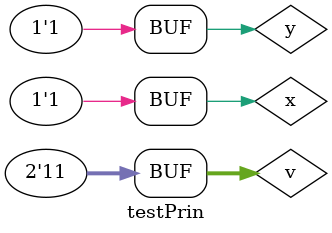
<source format=v>
module MUX (output s1,input e1,input e2,input e3,
input e4,input [1:0] c1);
  
wire temp1,temp2,temp3,temp4,notc0,notc1;

not NOT1 (notc0,c1[0]);
not NOT2 (notc1,c1[1]);
and AND1 (temp1,e1,notc0,notc1);
and AND2 (temp2,e2,notc1,c1[0]);
and AND3 (temp3,e3,c1[1],notc0);
and AND4 (temp4,e4,c1[0],c1[1]);
or OR1 (s1,temp1,temp2,temp3,temp4);

endmodule//MUX

module Prin (output s,input a,input b,input [1:0] CH);

wire e1,e2,e3,e4,c1;

or OR2 (e1,a,b);
nor NOR1 (e2,a,b);
xor XOR1 (e3,a,b);
xnor XNOR1 (e4,a,b);
MUX selec (s,e1,e2,e3,e4,CH);
endmodule//Prin

module testPrin;
// ------------------------- definir dados 
reg  x,y;
reg [1:0] v;
wire s,z; 
Prin modulo1 ( s, x, y, v);
// ------------------------- parte principal 
initial begin 
$display("Exemplo0034 - Filipe Viana de Miranda - 446415"); 
$display("Test LU's module"); 
x = 'b0; y = 'b0;v= 2'b00; 
// projetar testes do modulo 
$display("\na b CH s");
#1 $monitor("%b %b %2b %b",x,y,v,s);
#1 x='b0;y ='b1; v= 2'b00;  
#1 x='b1;y ='b0; v= 2'b00;
#1 x='b1;y ='b1; v= 2'b00;

#1 x='b0;y ='b0; v= 2'b01; 
#1 x='b0;y ='b1; v= 2'b01;  
#1 x='b1;y ='b0; v= 2'b01;
#1 x='b1;y ='b1; v= 2'b01;

#1 x='b0;y ='b0; v= 2'b10; 
#1 x='b0;y ='b1; v= 2'b10;  
#1 x='b1;y ='b0; v= 2'b10;
#1 x='b1;y ='b1; v= 2'b10;

#1 x='b0;y ='b0; v= 2'b11; 
#1 x='b0;y ='b1; v= 2'b11;  
#1 x='b1;y ='b0; v= 2'b11;
#1 x='b1;y ='b1; v= 2'b11;


end 
endmodule // test_f4 
</source>
